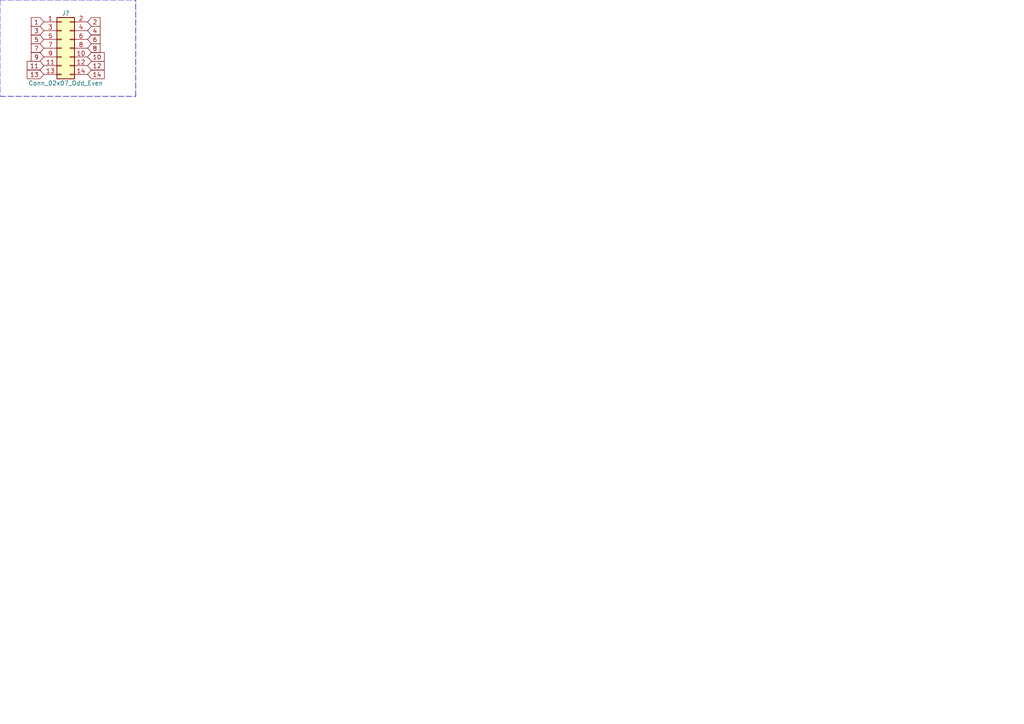
<source format=kicad_sch>
(kicad_sch (version 20201015) (generator eeschema)
  (paper "A4")
  (lib_symbols
    (symbol "Connector_Generic:Conn_02x07_Odd_Even" (pin_names (offset 1.016) hide)
      (property "Reference" "J" (at 1.27 10.16 0))
      (property "Value" "Conn_02x07_Odd_Even" (at 1.27 -10.16 0))
      (symbol "Conn_02x07_Odd_Even_1_1"
        (rectangle (start -1.27 -4.953) (end 0 -5.207) (stroke (width 0.1524)))
        (rectangle (start -1.27 -7.493) (end 0 -7.747) (stroke (width 0.1524)))
        (rectangle (start -1.27 -2.413) (end 0 -2.667) (stroke (width 0.1524)))
        (rectangle (start -1.27 2.667) (end 0 2.413) (stroke (width 0.1524)))
        (rectangle (start -1.27 5.207) (end 0 4.953) (stroke (width 0.1524)))
        (rectangle (start -1.27 7.747) (end 0 7.493) (stroke (width 0.1524)))
        (rectangle (start -1.27 8.89) (end 3.81 -8.89) (stroke (width 0.254)) (fill (type background)))
        (rectangle (start -1.27 0.127) (end 0 -0.127) (stroke (width 0.1524)))
        (rectangle (start 3.81 -4.953) (end 2.54 -5.207) (stroke (width 0.1524)))
        (rectangle (start 3.81 -7.493) (end 2.54 -7.747) (stroke (width 0.1524)))
        (rectangle (start 3.81 -2.413) (end 2.54 -2.667) (stroke (width 0.1524)))
        (rectangle (start 3.81 2.667) (end 2.54 2.413) (stroke (width 0.1524)))
        (rectangle (start 3.81 5.207) (end 2.54 4.953) (stroke (width 0.1524)))
        (rectangle (start 3.81 7.747) (end 2.54 7.493) (stroke (width 0.1524)))
        (rectangle (start 3.81 0.127) (end 2.54 -0.127) (stroke (width 0.1524)))
        (pin passive line (at -5.08 7.62 0) (length 3.81) (name "Pin_1") (number "1"))
        (pin passive line (at 7.62 -2.54 180) (length 3.81) (name "Pin_10") (number "10"))
        (pin passive line (at -5.08 -5.08 0) (length 3.81) (name "Pin_11") (number "11"))
        (pin passive line (at 7.62 -5.08 180) (length 3.81) (name "Pin_12") (number "12"))
        (pin passive line (at -5.08 -7.62 0) (length 3.81) (name "Pin_13") (number "13"))
        (pin passive line (at 7.62 -7.62 180) (length 3.81) (name "Pin_14") (number "14"))
        (pin passive line (at 7.62 7.62 180) (length 3.81) (name "Pin_2") (number "2"))
        (pin passive line (at -5.08 5.08 0) (length 3.81) (name "Pin_3") (number "3"))
        (pin passive line (at 7.62 5.08 180) (length 3.81) (name "Pin_4") (number "4"))
        (pin passive line (at -5.08 2.54 0) (length 3.81) (name "Pin_5") (number "5"))
        (pin passive line (at 7.62 2.54 180) (length 3.81) (name "Pin_6") (number "6"))
        (pin passive line (at -5.08 0 0) (length 3.81) (name "Pin_7") (number "7"))
        (pin passive line (at 7.62 0 180) (length 3.81) (name "Pin_8") (number "8"))
        (pin passive line (at -5.08 -2.54 0) (length 3.81) (name "Pin_9") (number "9"))
      )
    )
  )
  (polyline (pts (xy 0 0) (xy 0 27.94)) (stroke (width 0) (type dash)))
  (polyline (pts (xy 0 0) (xy 39.37 0)) (stroke (width 0) (type dash)))
  (polyline (pts (xy 0 27.94) (xy 39.37 27.94)) (stroke (width 0) (type dash)))
  (polyline (pts (xy 39.37 27.94) (xy 39.37 0)) (stroke (width 0) (type dash)))
  (text "D J8\nF .*\nV .*" (at 0 0 0) (effects (font (size 1.27 1.27)) (justify left bottom)))
  (global_label "1" (shape input) (at 12.7 6.35 180) (property "Intersheet References" "${INTERSHEET_REFS}" (effects hide)))
  (global_label "3" (shape input) (at 12.7 8.89 180) (property "Intersheet References" "${INTERSHEET_REFS}" (effects hide)))
  (global_label "5" (shape input) (at 12.7 11.43 180) (property "Intersheet References" "${INTERSHEET_REFS}" (effects hide)))
  (global_label "7" (shape input) (at 12.7 13.97 180) (property "Intersheet References" "${INTERSHEET_REFS}" (effects hide)))
  (global_label "9" (shape input) (at 12.7 16.51 180) (property "Intersheet References" "${INTERSHEET_REFS}" (effects hide)))
  (global_label "11" (shape input) (at 12.7 19.05 180) (property "Intersheet References" "${INTERSHEET_REFS}" (effects hide)))
  (global_label "13" (shape input) (at 12.7 21.59 180) (property "Intersheet References" "${INTERSHEET_REFS}" (effects hide)))
  (global_label "2" (shape input) (at 25.4 6.35 0) (property "Intersheet References" "${INTERSHEET_REFS}" (effects hide)))
  (global_label "4" (shape input) (at 25.4 8.89 0) (property "Intersheet References" "${INTERSHEET_REFS}" (effects hide)))
  (global_label "6" (shape input) (at 25.4 11.43 0) (property "Intersheet References" "${INTERSHEET_REFS}" (effects hide)))
  (global_label "8" (shape input) (at 25.4 13.97 0) (property "Intersheet References" "${INTERSHEET_REFS}" (effects hide)))
  (global_label "10" (shape input) (at 25.4 16.51 0) (property "Intersheet References" "${INTERSHEET_REFS}" (effects hide)))
  (global_label "12" (shape input) (at 25.4 19.05 0) (property "Intersheet References" "${INTERSHEET_REFS}" (effects hide)))
  (global_label "14" (shape input) (at 25.4 21.59 0) (property "Intersheet References" "${INTERSHEET_REFS}" (effects hide)))
  (symbol (lib_id "Connector_Generic:Conn_02x07_Odd_Even") (at 17.78 13.97 0) (unit 1)
    (property "Reference" "J?" (at 19.05 3.81 0))
    (property "Value" "Conn_02x07_Odd_Even" (at 19.05 24.13 0))
  )
)
</source>
